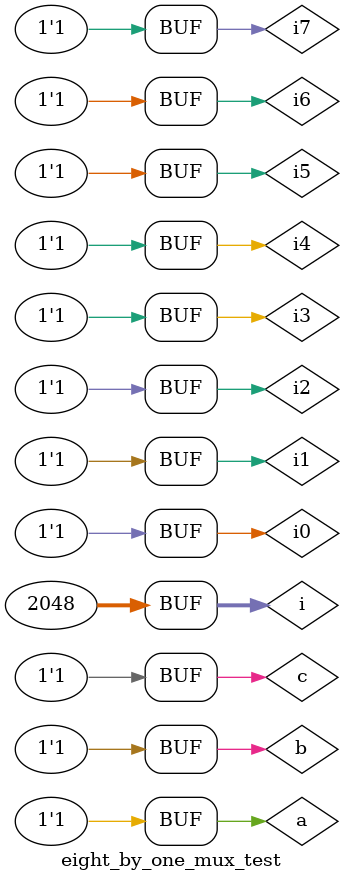
<source format=v>
module eight_by_one_mux_test;
reg i0, i1, i2, i3, i4, i5, i6, i7, a, b, c;
wire y;
eight_by_one_mux gate1 (i0, i1, i2, i3, i4, i5, i6, i7, a, b, c, y);
integer i;
initial begin
	for (i = 0; i < 2048; i = i + 1) 
		begin
			{i0, i1, i2, i3, i4, i5, i6, i7, a, b, c} = i;
			#20;
		end
	end
endmodule

</source>
